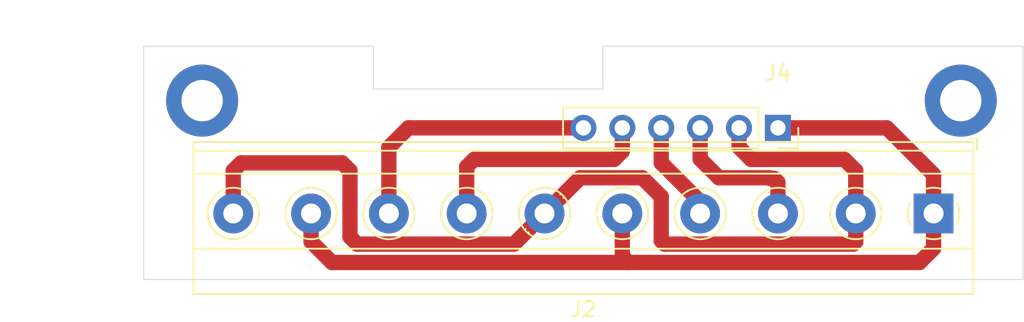
<source format=kicad_pcb>
(kicad_pcb (version 20221018) (generator pcbnew)
  (layers (0 "F.Cu" signal) (31 "B.Cu" signal) (34 "B.Paste" user) (35 "F.Paste" user) (36 "B.SilkS" user "B.Silkscreen") (37 "F.SilkS" user "F.Silkscreen") (38 "B.Mask" user) (39 "F.Mask" user) (44 "Edge.Cuts" user))
  (net 0 "")
  (net 1 "Net-(J2-Pad10)")
  (net 2 "Net-(J2-Pad1)")
  (net 3 "/9")
  (net 4 "/7")
  (net 5 "/5")
  (net 6 "/3")
  (footprint "TerminalBlock_Phoenix:TerminalBlock_Phoenix_MKDS-1,5-10-5.08_1x10_P5.08mm_Horizontal" (layer "F.Cu") (at 104.902 87.122 180)
    (fp_text reference "J2" (at 22.86 -6.26) (layer "F.SilkS"))
    (fp_text value "IOT")
    (fp_line (start -2.84 4.16) (end -2.84 4.9) (stroke (width 0.12)) (layer "F.SilkS"))
    (fp_line (start -2.84 4.9) (end -2.34 4.9) (stroke (width 0.12)) (layer "F.SilkS"))
    (fp_line (start -2.6 -5.261) (end -2.6 4.66) (stroke (width 0.12)) (layer "F.SilkS"))
    (fp_line (start -2.6 -5.261) (end 48.32 -5.261) (stroke (width 0.12)) (layer "F.SilkS"))
    (fp_line (start -2.6 -2.301) (end 48.32 -2.301) (stroke (width 0.12)) (layer "F.SilkS"))
    (fp_line (start -2.6 2.6) (end 48.32 2.6) (stroke (width 0.12)) (layer "F.SilkS"))
    (fp_line (start -2.6 4.1) (end 48.32 4.1) (stroke (width 0.12)) (layer "F.SilkS"))
    (fp_line (start -2.6 4.66) (end 48.32 4.66) (stroke (width 0.12)) (layer "F.SilkS"))
    (fp_line (start 3.853 1.023) (end 3.806 1.069) (stroke (width 0.12)) (layer "F.SilkS"))
    (fp_line (start 4.046 1.239) (end 4.011 1.274) (stroke (width 0.12)) (layer "F.SilkS"))
    (fp_line (start 6.15 -1.275) (end 6.115 -1.239) (stroke (width 0.12)) (layer "F.SilkS"))
    (fp_line (start 6.355 -1.069) (end 6.308 -1.023) (stroke (width 0.12)) (layer "F.SilkS"))
    (fp_line (start 8.933 1.023) (end 8.886 1.069) (stroke (width 0.12)) (layer "F.SilkS"))
    (fp_line (start 9.126 1.239) (end 9.091 1.274) (stroke (width 0.12)) (layer "F.SilkS"))
    (fp_line (start 11.23 -1.275) (end 11.195 -1.239) (stroke (width 0.12)) (layer "F.SilkS"))
    (fp_line (start 11.435 -1.069) (end 11.388 -1.023) (stroke (width 0.12)) (layer "F.SilkS"))
    (fp_line (start 14.013 1.023) (end 13.966 1.069) (stroke (width 0.12)) (layer "F.SilkS"))
    (fp_line (start 14.206 1.239) (end 14.171 1.274) (stroke (width 0.12)) (layer "F.SilkS"))
    (fp_line (start 16.31 -1.275) (end 16.275 -1.239) (stroke (width 0.12)) (layer "F.SilkS"))
    (fp_line (start 16.515 -1.069) (end 16.468 -1.023) (stroke (width 0.12)) (layer "F.SilkS"))
    (fp_line (start 19.093 1.023) (end 19.046 1.069) (stroke (width 0.12)) (layer "F.SilkS"))
    (fp_line (start 19.286 1.239) (end 19.251 1.274) (stroke (width 0.12)) (layer "F.SilkS"))
    (fp_line (start 21.39 -1.275) (end 21.355 -1.239) (stroke (width 0.12)) (layer "F.SilkS"))
    (fp_line (start 21.595 -1.069) (end 21.548 -1.023) (stroke (width 0.12)) (layer "F.SilkS"))
    (fp_line (start 24.173 1.023) (end 24.126 1.069) (stroke (width 0.12)) (layer "F.SilkS"))
    (fp_line (start 24.366 1.239) (end 24.331 1.274) (stroke (width 0.12)) (layer "F.SilkS"))
    (fp_line (start 26.47 -1.275) (end 26.435 -1.239) (stroke (width 0.12)) (layer "F.SilkS"))
    (fp_line (start 26.675 -1.069) (end 26.628 -1.023) (stroke (width 0.12)) (layer "F.SilkS"))
    (fp_line (start 29.253 1.023) (end 29.206 1.069) (stroke (width 0.12)) (layer "F.SilkS"))
    (fp_line (start 29.446 1.239) (end 29.411 1.274) (stroke (width 0.12)) (layer "F.SilkS"))
    (fp_line (start 31.55 -1.275) (end 31.515 -1.239) (stroke (width 0.12)) (layer "F.SilkS"))
    (fp_line (start 31.755 -1.069) (end 31.708 -1.023) (stroke (width 0.12)) (layer "F.SilkS"))
    (fp_line (start 34.333 1.023) (end 34.286 1.069) (stroke (width 0.12)) (layer "F.SilkS"))
    (fp_line (start 34.526 1.239) (end 34.491 1.274) (stroke (width 0.12)) (layer "F.SilkS"))
    (fp_line (start 36.63 -1.275) (end 36.595 -1.239) (stroke (width 0.12)) (layer "F.SilkS"))
    (fp_line (start 36.835 -1.069) (end 36.788 -1.023) (stroke (width 0.12)) (layer "F.SilkS"))
    (fp_line (start 39.413 1.023) (end 39.366 1.069) (stroke (width 0.12)) (layer "F.SilkS"))
    (fp_line (start 39.606 1.239) (end 39.571 1.274) (stroke (width 0.12)) (layer "F.SilkS"))
    (fp_line (start 41.71 -1.275) (end 41.675 -1.239) (stroke (width 0.12)) (layer "F.SilkS"))
    (fp_line (start 41.915 -1.069) (end 41.868 -1.023) (stroke (width 0.12)) (layer "F.SilkS"))
    (fp_line (start 44.493 1.023) (end 44.446 1.069) (stroke (width 0.12)) (layer "F.SilkS"))
    (fp_line (start 44.686 1.239) (end 44.651 1.274) (stroke (width 0.12)) (layer "F.SilkS"))
    (fp_line (start 46.79 -1.275) (end 46.755 -1.239) (stroke (width 0.12)) (layer "F.SilkS"))
    (fp_line (start 46.995 -1.069) (end 46.948 -1.023) (stroke (width 0.12)) (layer "F.SilkS"))
    (fp_line (start 48.32 -5.261) (end 48.32 4.66) (stroke (width 0.12)) (layer "F.SilkS"))
    (fp_arc (start -1.535427 0.683042) (mid -1.680501 -0.000524) (end -1.535 -0.684) (stroke (width 0.12)) (layer "F.SilkS"))
    (fp_arc (start -0.683042 -1.535427) (mid 0.000524 -1.680501) (end 0.684 -1.535) (stroke (width 0.12)) (layer "F.SilkS"))
    (fp_arc (start 0.028805 1.680253) (mid -0.335551 1.646659) (end -0.684 1.535) (stroke (width 0.12)) (layer "F.SilkS"))
    (fp_arc (start 0.683318 1.534756) (mid 0.349292 1.643288) (end 0 1.68) (stroke (width 0.12)) (layer "F.SilkS"))
    (fp_arc (start 1.535427 -0.683042) (mid 1.680501 0.000524) (end 1.535 0.684) (stroke (width 0.12)) (layer "F.SilkS"))
    (fp_circle (center 5.08 0) (end 6.76 0) (stroke (width 0.12)) (fill none) (layer "F.SilkS"))
    (fp_circle (center 10.16 0) (end 11.84 0) (stroke (width 0.12)) (fill none) (layer "F.SilkS"))
    (fp_circle (center 15.24 0) (end 16.92 0) (stroke (width 0.12)) (fill none) (layer "F.SilkS"))
    (fp_circle (center 20.32 0) (end 22 0) (stroke (width 0.12)) (fill none) (layer "F.SilkS"))
    (fp_circle (center 25.4 0) (end 27.08 0) (stroke (width 0.12)) (fill none) (layer "F.SilkS"))
    (fp_circle (center 30.48 0) (end 32.16 0) (stroke (width 0.12)) (fill none) (layer "F.SilkS"))
    (fp_circle (center 35.56 0) (end 37.24 0) (stroke (width 0.12)) (fill none) (layer "F.SilkS"))
    (fp_circle (center 40.64 0) (end 42.32 0) (stroke (width 0.12)) (fill none) (layer "F.SilkS"))
    (fp_circle (center 45.72 0) (end 47.4 0) (stroke (width 0.12)) (fill none) (layer "F.SilkS"))
    (pad "1" thru_hole rect (at 0 0 180) (size 2.6 2.6) (drill 1.3) (layers "*.Cu" "*.Mask") (net 2 "Net-(J2-Pad1)"))
    (pad "2" thru_hole circle (at 5.08 0 180) (size 2.6 2.6) (drill 1.3) (layers "*.Cu" "*.Mask") (net 1 "Net-(J2-Pad10)"))
    (pad "3" thru_hole circle (at 10.16 0 180) (size 2.6 2.6) (drill 1.3) (layers "*.Cu" "*.Mask") (net 6 "/3"))
    (pad "4" thru_hole circle (at 15.24 0 180) (size 2.6 2.6) (drill 1.3) (layers "*.Cu" "*.Mask") (net 5 "/5"))
    (pad "5" thru_hole circle (at 20.32 0 180) (size 2.6 2.6) (drill 1.3) (layers "*.Cu" "*.Mask") (net 2 "Net-(J2-Pad1)"))
    (pad "6" thru_hole circle (at 25.4 0 180) (size 2.6 2.6) (drill 1.3) (layers "*.Cu" "*.Mask") (net 1 "Net-(J2-Pad10)"))
    (pad "7" thru_hole circle (at 30.48 0 180) (size 2.6 2.6) (drill 1.3) (layers "*.Cu" "*.Mask") (net 4 "/7"))
    (pad "8" thru_hole circle (at 35.56 0 180) (size 2.6 2.6) (drill 1.3) (layers "*.Cu" "*.Mask") (net 3 "/9"))
    (pad "9" thru_hole circle (at 40.64 0 180) (size 2.6 2.6) (drill 1.3) (layers "*.Cu" "*.Mask") (net 2 "Net-(J2-Pad1)"))
    (pad "10" thru_hole circle (at 45.72 0 180) (size 2.6 2.6) (drill 1.3) (layers "*.Cu" "*.Mask") (net 1 "Net-(J2-Pad10)"))
  )
  (footprint "Connector_PinSocket_2.54mm:PinSocket_1x06_P2.54mm_Vertical" (layer "F.Cu") (at 94.742 81.534 -90)
    (fp_text reference "J4" (at -3.556 0 180) (layer "F.SilkS"))
    (fp_text value "IOF")
    (fp_line (start -1.33 1.27) (end -1.33 14.03) (stroke (width 0.12)) (layer "F.SilkS"))
    (fp_line (start -1.33 1.27) (end 1.33 1.27) (stroke (width 0.12)) (layer "F.SilkS"))
    (fp_line (start -1.33 14.03) (end 1.33 14.03) (stroke (width 0.12)) (layer "F.SilkS"))
    (fp_line (start 0 -1.33) (end 1.33 -1.33) (stroke (width 0.12)) (layer "F.SilkS"))
    (fp_line (start 1.33 -1.33) (end 1.33 0) (stroke (width 0.12)) (layer "F.SilkS"))
    (fp_line (start 1.33 1.27) (end 1.33 14.03) (stroke (width 0.12)) (layer "F.SilkS"))
    (pad "1" thru_hole rect (at 0 0 270) (size 1.7 1.7) (drill 1) (layers "*.Cu" "*.Mask") (net 2 "Net-(J2-Pad1)"))
    (pad "2" thru_hole oval (at 0 2.54 270) (size 1.7 1.7) (drill 1) (layers "*.Cu" "*.Mask") (net 1 "Net-(J2-Pad10)"))
    (pad "3" thru_hole oval (at 0 5.08 270) (size 1.7 1.7) (drill 1) (layers "*.Cu" "*.Mask") (net 6 "/3"))
    (pad "4" thru_hole oval (at 0 7.62 270) (size 1.7 1.7) (drill 1) (layers "*.Cu" "*.Mask") (net 5 "/5"))
    (pad "5" thru_hole oval (at 0 10.16 270) (size 1.7 1.7) (drill 1) (layers "*.Cu" "*.Mask") (net 4 "/7"))
    (pad "6" thru_hole oval (at 0 12.7 270) (size 1.7 1.7) (drill 1) (layers "*.Cu" "*.Mask") (net 3 "/9"))
  )
  (footprint "MountingHole:MountingHole_2.7mm_M2.5_DIN965_Pad" (layer "F.Cu") (at 57.15 79.756)
    (fp_text reference "REF**" hide)
    (fp_text value "UL")
    (pad "1" thru_hole circle (at 0 0) (size 4.7 4.7) (drill 2.7) (layers "*.Cu" "*.Mask"))
  )
  (footprint "MountingHole:MountingHole_2.7mm_M2.5_DIN965_Pad" (layer "F.Cu") (at 106.68 79.756)
    (fp_text reference "REF**" hide)
    (fp_text value "UTR")
    (pad "1" thru_hole circle (at 0 0) (size 4.7 4.7) (drill 2.7) (layers "*.Cu" "*.Mask"))
  )
  (gr_line (start 110.744 91.44) (end 53.34 91.44) (stroke (width 0.05)) (layer "Edge.Cuts"))
  (gr_line (start 83.312 76.2) (end 83.312 78.994) (stroke (width 0.05)) (layer "Edge.Cuts"))
  (gr_line (start 110.744 76.2) (end 110.744 91.44) (stroke (width 0.05)) (layer "Edge.Cuts"))
  (gr_line (start 53.34 76.2) (end 53.34 91.44) (stroke (width 0.05)) (layer "Edge.Cuts"))
  (gr_line (start 53.34 76.2) (end 68.326 76.2) (stroke (width 0.05)) (layer "Edge.Cuts"))
  (gr_line (start 83.312 76.2) (end 110.744 76.2) (stroke (width 0.05)) (layer "Edge.Cuts"))
  (gr_line (start 83.312 78.994) (end 68.326 78.994) (stroke (width 0.05)) (layer "Edge.Cuts"))
  (gr_line (start 68.326 78.994) (end 68.326 76.2) (stroke (width 0.05)) (layer "Edge.Cuts"))
  (segment (start 99.822 87.122) (end 99.822 88.960477) (width 1) (layer "F.Cu") (net 1))
  (segment (start 99.660477 89.122) (end 87.344 89.122) (width 1) (layer "F.Cu") (net 1))
  (segment (start 85.888941 84.792011) (end 81.831989 84.792011) (width 1) (layer "F.Cu") (net 1))
  (segment (start 87.122 88.9) (end 87.122 86.02507) (width 1) (layer "F.Cu") (net 1))
  (segment (start 99.822 88.960477) (end 99.660477 89.122) (width 1) (layer "F.Cu") (net 1))
  (segment (start 87.122 86.02507) (end 85.888941 84.792011) (width 1) (layer "F.Cu") (net 1))
  (segment (start 99.822 84.328) (end 99.822 87.122) (width 1) (layer "F.Cu") (net 1))
  (segment (start 81.831989 84.792011) (end 79.502 87.122) (width 1) (layer "F.Cu") (net 1))
  (segment (start 87.344 89.122) (end 87.122 88.9) (width 1) (layer "F.Cu") (net 1))
  (segment (start 92.990001 83.592001) (end 92.202 82.804) (width 1) (layer "F.Cu") (net 1))
  (segment (start 59.69 83.82) (end 59.182 84.328) (width 1) (layer "F.Cu") (net 1))
  (segment (start 66.802 84.328) (end 66.294 83.82) (width 1) (layer "F.Cu") (net 1))
  (segment (start 66.802 88.646) (end 66.802 84.328) (width 1) (layer "F.Cu") (net 1))
  (segment (start 99.086001 83.592001) (end 92.990001 83.592001) (width 1) (layer "F.Cu") (net 1))
  (segment (start 99.086001 83.592001) (end 99.822 84.328) (width 1) (layer "F.Cu") (net 1))
  (segment (start 79.502 87.122) (end 77.502 89.122) (width 1) (layer "F.Cu") (net 1))
  (segment (start 92.202 82.804) (end 92.202 81.534) (width 1) (layer "F.Cu") (net 1))
  (segment (start 59.182 84.328) (end 59.182 87.122) (width 1) (layer "F.Cu") (net 1))
  (segment (start 67.278001 89.122001) (end 66.802 88.646) (width 1) (layer "F.Cu") (net 1))
  (segment (start 77.502 89.122) (end 67.278001 89.122001) (width 1) (layer "F.Cu") (net 1))
  (segment (start 66.294 83.82) (end 59.69 83.82) (width 1) (layer "F.Cu") (net 1))
  (segment (start 64.262 87.122) (end 64.262 88.960477) (width 1) (layer "F.Cu") (net 2))
  (segment (start 94.742 81.534) (end 101.854 81.534) (width 1) (layer "F.Cu") (net 2))
  (segment (start 84.582 89.916) (end 84.98801 90.32201) (width 1) (layer "F.Cu") (net 2))
  (segment (start 65.623533 90.32201) (end 84.98801 90.32201) (width 1) (layer "F.Cu") (net 2))
  (segment (start 84.98801 90.32201) (end 103.98799 90.32201) (width 1) (layer "F.Cu") (net 2))
  (segment (start 101.854 81.534) (end 104.902 84.582) (width 1) (layer "F.Cu") (net 2))
  (segment (start 103.98799 90.32201) (end 104.902 89.408) (width 1) (layer "F.Cu") (net 2))
  (segment (start 84.582 87.122) (end 84.582 89.916) (width 1) (layer "F.Cu") (net 2))
  (segment (start 64.262 88.960477) (end 65.623533 90.32201) (width 1) (layer "F.Cu") (net 2))
  (segment (start 104.902 84.582) (end 104.902 87.122) (width 1) (layer "F.Cu") (net 2))
  (segment (start 104.902 89.408) (end 104.902 87.122) (width 1) (layer "F.Cu") (net 2))
  (segment (start 70.612 81.534) (end 69.342 82.804) (width 1) (layer "F.Cu") (net 3))
  (segment (start 82.042 81.534) (end 70.612 81.534) (width 1) (layer "F.Cu") (net 3))
  (segment (start 69.342 82.804) (end 69.342 87.122) (width 1) (layer "F.Cu") (net 3))
  (segment (start 84.047999 83.592001) (end 84.582 83.058) (width 1) (layer "F.Cu") (net 4))
  (segment (start 84.582 83.058) (end 84.582 81.534) (width 1) (layer "F.Cu") (net 4))
  (segment (start 74.698001 86.467997) (end 74.698001 86.716001) (width 0.6) (layer "F.Cu") (net 4))
  (segment (start 74.903999 83.592001) (end 84.047999 83.592001) (width 1) (layer "F.Cu") (net 4))
  (segment (start 74.422 84.074) (end 74.422 87.122) (width 1) (layer "F.Cu") (net 4))
  (segment (start 74.903999 83.592001) (end 74.422 84.074) (width 1) (layer "F.Cu") (net 4))
  (segment (start 89.662 87.122) (end 89.662 86.36) (width 1) (layer "F.Cu") (net 5))
  (segment (start 89.662 86.36) (end 87.122 83.82) (width 1) (layer "F.Cu") (net 5))
  (segment (start 89.662 86.868) (end 89.662 87.122) (width 1) (layer "F.Cu") (net 5))
  (segment (start 87.122 83.82) (end 87.122 81.534) (width 1) (layer "F.Cu") (net 5))
  (segment (start 94.742 85.09) (end 94.742 87.122) (width 1) (layer "F.Cu") (net 6))
  (segment (start 89.662 83.566) (end 89.662 81.534) (width 1) (layer "F.Cu") (net 6))
  (segment (start 95.018001 86.467997) (end 95.018001 86.716001) (width 0.6) (layer "F.Cu") (net 6))
  (segment (start 94.488 84.836) (end 94.742 85.09) (width 1) (layer "F.Cu") (net 6))
  (segment (start 90.888011 84.792011) (end 89.662 83.566) (width 1) (layer "F.Cu") (net 6))
  (segment (start 95.018001 86.716001) (end 94.082001 87.652001) (width 0.6) (layer "F.Cu") (net 6))
  (segment (start 94.488 84.836) (end 94.234 84.836) (width 1) (layer "F.Cu") (net 6))
  (segment (start 94.190011 84.792011) (end 90.888011 84.792011) (width 1) (layer "F.Cu") (net 6))
  (segment (start 94.234 84.836) (end 94.190011 84.792011) (width 1) (layer "F.Cu") (net 6))
)
</source>
